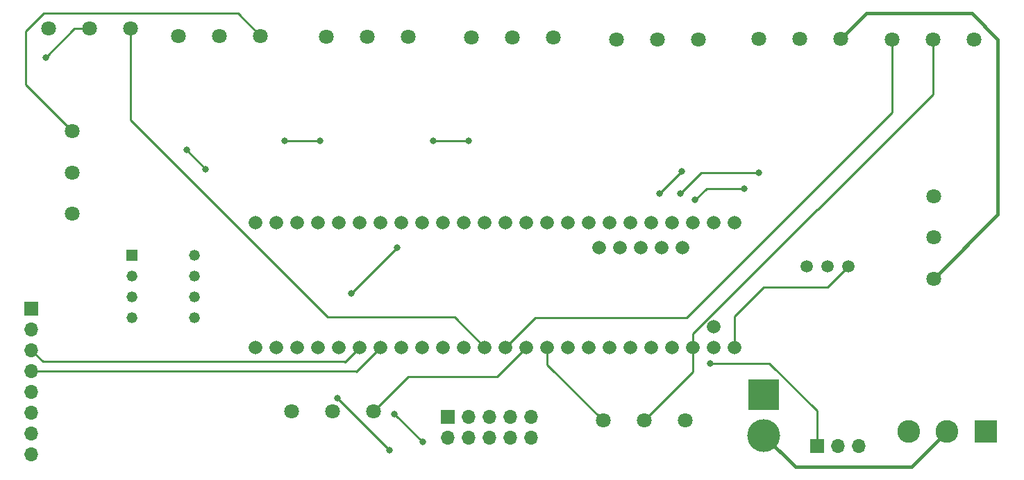
<source format=gbr>
%TF.GenerationSoftware,KiCad,Pcbnew,8.0.4*%
%TF.CreationDate,2024-10-31T19:44:00-04:00*%
%TF.ProjectId,Skibid-i,536b6962-6964-42d6-992e-6b696361645f,rev?*%
%TF.SameCoordinates,Original*%
%TF.FileFunction,Copper,L2,Bot*%
%TF.FilePolarity,Positive*%
%FSLAX46Y46*%
G04 Gerber Fmt 4.6, Leading zero omitted, Abs format (unit mm)*
G04 Created by KiCad (PCBNEW 8.0.4) date 2024-10-31 19:44:00*
%MOMM*%
%LPD*%
G01*
G04 APERTURE LIST*
%TA.AperFunction,ComponentPad*%
%ADD10R,1.700000X1.700000*%
%TD*%
%TA.AperFunction,ComponentPad*%
%ADD11O,1.700000X1.700000*%
%TD*%
%TA.AperFunction,ComponentPad*%
%ADD12C,1.803400*%
%TD*%
%TA.AperFunction,ComponentPad*%
%ADD13C,1.498600*%
%TD*%
%TA.AperFunction,ComponentPad*%
%ADD14C,1.665000*%
%TD*%
%TA.AperFunction,ComponentPad*%
%ADD15R,2.775000X2.775000*%
%TD*%
%TA.AperFunction,ComponentPad*%
%ADD16C,2.775000*%
%TD*%
%TA.AperFunction,ComponentPad*%
%ADD17R,3.800000X3.800000*%
%TD*%
%TA.AperFunction,ComponentPad*%
%ADD18C,4.000000*%
%TD*%
%TA.AperFunction,ComponentPad*%
%ADD19R,1.320800X1.320800*%
%TD*%
%TA.AperFunction,ComponentPad*%
%ADD20C,1.320800*%
%TD*%
%TA.AperFunction,ViaPad*%
%ADD21C,0.800000*%
%TD*%
%TA.AperFunction,Conductor*%
%ADD22C,0.250000*%
%TD*%
%TA.AperFunction,Conductor*%
%ADD23C,0.400000*%
%TD*%
G04 APERTURE END LIST*
D10*
%TO.P,J15,1,Pin_1*%
%TO.N,Start*%
X244570000Y-86750000D03*
D11*
%TO.P,J15,2,Pin_2*%
%TO.N,GND*%
X247110000Y-86750000D03*
%TO.P,J15,3,Pin_3*%
%TO.N,+3.3V*%
X249650000Y-86750000D03*
%TD*%
D12*
%TO.P,J8,1,Pin_1*%
%TO.N,+12V*%
X153750000Y-48350000D03*
%TO.P,J8,2,Pin_2*%
%TO.N,GND*%
X153750000Y-53350000D03*
%TO.P,J8,3,Pin_3*%
%TO.N,OM7*%
X153750000Y-58350000D03*
%TD*%
D13*
%TO.P,J13,1,1*%
%TO.N,+12V*%
X243314900Y-64849501D03*
%TO.P,J13,2,2*%
%TO.N,GND*%
X245854900Y-64849501D03*
%TO.P,J13,3,3*%
%TO.N,+5V*%
X248394900Y-64849501D03*
%TD*%
D12*
%TO.P,J10,1,Pin_1*%
%TO.N,GND*%
X263750000Y-37100000D03*
%TO.P,J10,2,Pin_2*%
%TO.N,+3.3V*%
X258750000Y-37100000D03*
%TO.P,J10,3,Pin_3*%
%TO.N,LN2*%
X253750000Y-37100000D03*
%TD*%
%TO.P,J12,1,Pin_1*%
%TO.N,GND*%
X180509800Y-82550001D03*
%TO.P,J12,2,Pin_2*%
%TO.N,+3.3V*%
X185509800Y-82550001D03*
%TO.P,J12,3,Pin_3*%
%TO.N,LN3*%
X190509800Y-82550001D03*
%TD*%
%TO.P,J4,1,Pin_1*%
%TO.N,+12V*%
X247504899Y-37050000D03*
%TO.P,J4,2,Pin_2*%
%TO.N,GND*%
X242504899Y-37050000D03*
%TO.P,J4,3,Pin_3*%
%TO.N,OM2*%
X237504899Y-37050000D03*
%TD*%
D14*
%TO.P,IC1,1,TX1*%
%TO.N,unconnected-(IC1-TX1-Pad1)*%
X229470000Y-59450000D03*
%TO.P,IC1,2,OUT2*%
%TO.N,Dis1*%
X226930000Y-59450000D03*
%TO.P,IC1,3,LRCLK2*%
%TO.N,Dis2*%
X224390000Y-59450000D03*
%TO.P,IC1,4,BCLK2*%
%TO.N,Dis3*%
X221850000Y-59450000D03*
%TO.P,IC1,5,IN2*%
%TO.N,Dis4*%
X219310000Y-59450000D03*
%TO.P,IC1,6,OUT1D*%
%TO.N,Dis5*%
X216770000Y-59450000D03*
%TO.P,IC1,7,RX2*%
%TO.N,unconnected-(IC1-RX2-Pad7)*%
X214230000Y-59450000D03*
%TO.P,IC1,8,TX2*%
%TO.N,unconnected-(IC1-TX2-Pad8)*%
X211690000Y-59450000D03*
%TO.P,IC1,9,OUT1C*%
%TO.N,Dis6*%
X209150000Y-59450000D03*
%TO.P,IC1,10,CS_1*%
%TO.N,Dis7*%
X206610000Y-59450000D03*
%TO.P,IC1,11,MOSI*%
%TO.N,BDC1*%
X204070000Y-59450000D03*
%TO.P,IC1,12,MISO*%
%TO.N,BDC11*%
X201530000Y-59450000D03*
%TO.P,IC1,13,SCK*%
%TO.N,Start*%
X201530000Y-74690000D03*
%TO.P,IC1,14,A0*%
%TO.N,LN1*%
X204070000Y-74690000D03*
%TO.P,IC1,15,A1*%
%TO.N,LN2*%
X206610000Y-74690000D03*
%TO.P,IC1,16,A2*%
%TO.N,LN3*%
X209150000Y-74690000D03*
%TO.P,IC1,17,A3*%
%TO.N,LN4*%
X211690000Y-74690000D03*
%TO.P,IC1,18,A4*%
%TO.N,unconnected-(IC1-A4-Pad18)*%
X214230000Y-74690000D03*
%TO.P,IC1,19,A5*%
%TO.N,unconnected-(IC1-A5-Pad19)*%
X216770000Y-74690000D03*
%TO.P,IC1,20,A6*%
%TO.N,unconnected-(IC1-A6-Pad20)*%
X219310000Y-74690000D03*
%TO.P,IC1,21,A7*%
%TO.N,unconnected-(IC1-A7-Pad21)*%
X221850000Y-74690000D03*
%TO.P,IC1,22,A8*%
%TO.N,unconnected-(IC1-A8-Pad22)*%
X224390000Y-74690000D03*
%TO.P,IC1,23,A9*%
%TO.N,unconnected-(IC1-A9-Pad23)*%
X226930000Y-74690000D03*
%TO.P,IC1,24,A10*%
%TO.N,DIP1*%
X196450000Y-59450000D03*
%TO.P,IC1,25,A11*%
%TO.N,DIP2*%
X193910000Y-59450000D03*
%TO.P,IC1,26,A12*%
%TO.N,DIP3*%
X191370000Y-59450000D03*
%TO.P,IC1,27,A13*%
%TO.N,DIP4*%
X188830000Y-59450000D03*
%TO.P,IC1,28,RX7*%
%TO.N,unconnected-(IC1-RX7-Pad28)*%
X186290000Y-59450000D03*
%TO.P,IC1,29,TX7*%
%TO.N,unconnected-(IC1-TX7-Pad29)*%
X183750000Y-59450000D03*
%TO.P,IC1,30,CRX3*%
%TO.N,unconnected-(IC1-CRX3-Pad30)*%
X181210000Y-59450000D03*
%TO.P,IC1,31,CTX3*%
%TO.N,unconnected-(IC1-CTX3-Pad31)*%
X178670000Y-59450000D03*
%TO.P,IC1,32,OUT1B*%
%TO.N,unconnected-(IC1-OUT1B-Pad32)*%
X176130000Y-59450000D03*
%TO.P,IC1,33,MCLK2*%
%TO.N,unconnected-(IC1-MCLK2-Pad33)*%
X176130000Y-74690000D03*
%TO.P,IC1,34,RX8*%
%TO.N,unconnected-(IC1-RX8-Pad34)*%
X178670000Y-74690000D03*
%TO.P,IC1,35,TX8*%
%TO.N,unconnected-(IC1-TX8-Pad35)*%
X181210000Y-74690000D03*
%TO.P,IC1,36,CS_2*%
%TO.N,BDC22*%
X183750000Y-74690000D03*
%TO.P,IC1,37,CS_3*%
%TO.N,BDC2*%
X186290000Y-74690000D03*
%TO.P,IC1,38,A14*%
%TO.N,SCL*%
X188830000Y-74690000D03*
%TO.P,IC1,39,A15*%
%TO.N,SDA*%
X191370000Y-74690000D03*
%TO.P,IC1,40,A16*%
%TO.N,unconnected-(IC1-A16-Pad40)*%
X193910000Y-74690000D03*
%TO.P,IC1,41,A17*%
%TO.N,unconnected-(IC1-A17-Pad41)*%
X196450000Y-74690000D03*
%TO.P,IC1,42,3.3V_1*%
%TO.N,unconnected-(IC1-3.3V_1-Pad42)*%
X198990000Y-59450000D03*
%TO.P,IC1,48,GND_2*%
%TO.N,GND*%
X218040000Y-62500000D03*
%TO.P,IC1,49,GND_3*%
X220580000Y-62500000D03*
%TO.P,IC1,50,D+*%
%TO.N,unconnected-(IC1-D+-Pad50)*%
X223120000Y-62500000D03*
%TO.P,IC1,51,D-*%
%TO.N,unconnected-(IC1-D--Pad51)*%
X225660000Y-62500000D03*
%TO.P,IC1,52,+5V*%
%TO.N,unconnected-(IC1-+5V-Pad52)*%
X228200000Y-62500000D03*
%TO.P,IC1,53,3.3V_(250_M_A_MAX)*%
%TO.N,+3.3V*%
X229470000Y-74690000D03*
%TO.P,IC1,55,VIN_(3.6_TO_5.5_VOLTS)*%
%TO.N,+5V*%
X234550000Y-74690000D03*
%TO.P,IC1,57,RX1*%
%TO.N,unconnected-(IC1-RX1-Pad57)*%
X232010000Y-59450000D03*
%TO.P,IC1,68,VUSB*%
%TO.N,unconnected-(IC1-VUSB-Pad68)*%
X232010000Y-72150000D03*
%TO.P,IC1,69,GND_4*%
%TO.N,GND*%
X198990000Y-74690000D03*
%TO.P,IC1,70,GND_5*%
X232010000Y-74690000D03*
%TO.P,IC1,71,GND_6*%
X234550000Y-59450000D03*
%TD*%
D15*
%TO.P,ON,1,C*%
%TO.N,Net-(SW1-C)*%
X265150000Y-85000000D03*
D16*
%TO.P,ON,2,B*%
%TO.N,Net-(J19-Pin_2)*%
X260450000Y-85000000D03*
%TO.P,ON,3,A*%
%TO.N,unconnected-(SW1-A-Pad3)*%
X255750000Y-85000000D03*
%TD*%
D12*
%TO.P,J2,1,Pin_1*%
%TO.N,GND*%
X228504900Y-83625001D03*
%TO.P,J2,2,Pin_2*%
%TO.N,+3.3V*%
X223504900Y-83625001D03*
%TO.P,J2,3,Pin_3*%
%TO.N,LN4*%
X218504900Y-83625001D03*
%TD*%
%TO.P,J6,1,Pin_1*%
%TO.N,+12V*%
X212404899Y-36900000D03*
%TO.P,J6,2,Pin_2*%
%TO.N,GND*%
X207404899Y-36900000D03*
%TO.P,J6,3,Pin_3*%
%TO.N,OM4*%
X202404899Y-36900000D03*
%TD*%
%TO.P,J5,1,Pin_1*%
%TO.N,+12V*%
X230100000Y-37100000D03*
%TO.P,J5,2,Pin_2*%
%TO.N,GND*%
X225100000Y-37100000D03*
%TO.P,J5,3,Pin_3*%
%TO.N,OM3*%
X220100000Y-37100000D03*
%TD*%
%TO.P,J9,1,Pin_1*%
%TO.N,+12V*%
X176700000Y-36700000D03*
%TO.P,J9,2,Pin_2*%
%TO.N,GND*%
X171700000Y-36700000D03*
%TO.P,J9,3,Pin_3*%
%TO.N,OM6*%
X166700000Y-36700000D03*
%TD*%
%TO.P,J7,1,Pin_1*%
%TO.N,+12V*%
X194704899Y-36800000D03*
%TO.P,J7,2,Pin_2*%
%TO.N,GND*%
X189704899Y-36800000D03*
%TO.P,J7,3,Pin_3*%
%TO.N,OM5*%
X184704899Y-36800000D03*
%TD*%
D17*
%TO.P,J19,1,Pin_1*%
%TO.N,GND*%
X238100000Y-80450000D03*
D18*
%TO.P,J19,2,Pin_2*%
%TO.N,Net-(J19-Pin_2)*%
X238100000Y-85450000D03*
%TD*%
D19*
%TO.P,SW2,1,1*%
%TO.N,+3.3V*%
X161050000Y-63480000D03*
D20*
%TO.P,SW2,2,2*%
X161050000Y-66020000D03*
%TO.P,SW2,3,3*%
%TO.N,unconnected-(SW2-Pad3)*%
X161050000Y-68560000D03*
%TO.P,SW2,4,4*%
%TO.N,+3.3V*%
X161050000Y-71100000D03*
%TO.P,SW2,5,5*%
%TO.N,DIP1*%
X168670000Y-71100000D03*
%TO.P,SW2,6,6*%
%TO.N,unconnected-(SW2-Pad6)*%
X168670000Y-68560000D03*
%TO.P,SW2,7,7*%
%TO.N,DIP3*%
X168670000Y-66020000D03*
%TO.P,SW2,8,8*%
%TO.N,DIP4*%
X168670000Y-63480000D03*
%TD*%
D10*
%TO.P,J1,1,Pin_1*%
%TO.N,GND*%
X199600000Y-83160000D03*
D11*
%TO.P,J1,2,Pin_2*%
%TO.N,unconnected-(J1-Pin_2-Pad2)*%
X199600000Y-85700000D03*
%TO.P,J1,3,Pin_3*%
%TO.N,BDC11*%
X202140000Y-83160000D03*
%TO.P,J1,4,Pin_4*%
%TO.N,BDC2*%
X202140000Y-85700000D03*
%TO.P,J1,5,Pin_5*%
%TO.N,BDC1*%
X204680000Y-83160000D03*
%TO.P,J1,6,Pin_6*%
%TO.N,BDC22*%
X204680000Y-85700000D03*
%TO.P,J1,7,Pin_7*%
%TO.N,unconnected-(J1-Pin_7-Pad7)*%
X207220000Y-83160000D03*
%TO.P,J1,8,Pin_8*%
%TO.N,unconnected-(J1-Pin_8-Pad8)*%
X207220000Y-85700000D03*
%TO.P,J1,9,Pin_9*%
%TO.N,+5V*%
X209760000Y-83160000D03*
%TO.P,J1,10,Pin_10*%
%TO.N,unconnected-(J1-Pin_10-Pad10)*%
X209760000Y-85700000D03*
%TD*%
D10*
%TO.P,J17,1,Pin_1*%
%TO.N,+3.3V*%
X148800000Y-70000000D03*
D11*
%TO.P,J17,2,Pin_2*%
%TO.N,GND*%
X148800000Y-72540000D03*
%TO.P,J17,3,Pin_3*%
%TO.N,SCL*%
X148800000Y-75080000D03*
%TO.P,J17,4,Pin_4*%
%TO.N,SDA*%
X148800000Y-77620000D03*
%TO.P,J17,5,Pin_5*%
%TO.N,unconnected-(J17-Pin_5-Pad5)*%
X148800000Y-80160000D03*
%TO.P,J17,6,Pin_6*%
%TO.N,unconnected-(J17-Pin_6-Pad6)*%
X148800000Y-82700000D03*
%TO.P,J17,7,Pin_7*%
%TO.N,unconnected-(J17-Pin_7-Pad7)*%
X148800000Y-85240000D03*
%TO.P,J17,8,Pin_8*%
%TO.N,unconnected-(J17-Pin_8-Pad8)*%
X148800000Y-87780000D03*
%TD*%
D12*
%TO.P,J3,1,Pin_1*%
%TO.N,+12V*%
X258800000Y-66300000D03*
%TO.P,J3,2,Pin_2*%
%TO.N,GND*%
X258800000Y-61300000D03*
%TO.P,J3,3,Pin_3*%
%TO.N,OM1*%
X258800000Y-56300000D03*
%TD*%
%TO.P,J20,1,Pin_1*%
%TO.N,GND*%
X150850000Y-35750000D03*
%TO.P,J20,2,Pin_2*%
%TO.N,+3.3V*%
X155850000Y-35750000D03*
%TO.P,J20,3,Pin_3*%
%TO.N,LN1*%
X160850000Y-35750000D03*
%TD*%
D21*
%TO.N,+3.3V*%
X150500000Y-39300000D03*
X197760000Y-49520000D03*
X170050000Y-52960000D03*
X179650000Y-49510000D03*
X183950000Y-49500000D03*
X202100000Y-49520000D03*
X167700000Y-50630000D03*
%TO.N,Start*%
X231600000Y-76700000D03*
%TO.N,BDC22*%
X186100000Y-80900000D03*
X192450000Y-87250000D03*
%TO.N,BDC2*%
X196475000Y-86275000D03*
X193075000Y-82875000D03*
%TO.N,DIP1*%
X193380000Y-62520000D03*
X187800000Y-68100000D03*
%TO.N,Dis1*%
X235700000Y-55300000D03*
X229730000Y-56730000D03*
%TO.N,Dis2*%
X227945000Y-55895000D03*
X237500000Y-53400000D03*
%TO.N,Dis3*%
X225400000Y-55900000D03*
X228110000Y-53210000D03*
%TD*%
D22*
%TO.N,+3.3V*%
X150500000Y-39300000D02*
X154050000Y-35750000D01*
X154050000Y-35750000D02*
X155850000Y-35750000D01*
%TO.N,+12V*%
X153750000Y-48350000D02*
X148050000Y-42650000D01*
X173950000Y-33950000D02*
X151450000Y-33950000D01*
D23*
X266650000Y-37100000D02*
X266650000Y-58450000D01*
D22*
X148050000Y-42650000D02*
X148050000Y-36150000D01*
X148050000Y-36150000D02*
X150250000Y-33950000D01*
D23*
X247504899Y-37050000D02*
X250654899Y-33900000D01*
D22*
X176700000Y-36700000D02*
X173950000Y-33950000D01*
D23*
X250654899Y-33900000D02*
X263450000Y-33900000D01*
X263450000Y-33900000D02*
X266650000Y-37100000D01*
D22*
X150250000Y-33950000D02*
X151450000Y-33950000D01*
D23*
X266650000Y-58450000D02*
X258800000Y-66300000D01*
D22*
%TO.N,+5V*%
X238100000Y-67400000D02*
X234550000Y-70950000D01*
X245844401Y-67400000D02*
X238100000Y-67400000D01*
X248394900Y-64849501D02*
X245844401Y-67400000D01*
X234550000Y-70950000D02*
X234550000Y-74690000D01*
%TO.N,+3.3V*%
X183950000Y-49500000D02*
X183940000Y-49510000D01*
X229470000Y-74690000D02*
X229470000Y-77659901D01*
X258750000Y-43800000D02*
X258750000Y-37100000D01*
X244650000Y-57900000D02*
X244623047Y-57900000D01*
X244623047Y-57900000D02*
X229470000Y-73053047D01*
X202100000Y-49520000D02*
X197760000Y-49520000D01*
X183940000Y-49510000D02*
X179650000Y-49510000D01*
X170030000Y-52960000D02*
X167700000Y-50630000D01*
X229470000Y-77659901D02*
X223504900Y-83625001D01*
X244650000Y-57900000D02*
X258750000Y-43800000D01*
X229470000Y-73053047D02*
X229470000Y-74690000D01*
X170050000Y-52960000D02*
X170030000Y-52960000D01*
%TO.N,LN2*%
X228700000Y-71100000D02*
X253750000Y-46050000D01*
X253750000Y-46050000D02*
X253750000Y-37100000D01*
X228700000Y-71100000D02*
X210200000Y-71100000D01*
X210200000Y-71100000D02*
X206610000Y-74690000D01*
%TO.N,LN1*%
X161550000Y-47650000D02*
X160850000Y-46950000D01*
X161550000Y-47650000D02*
X184900000Y-71000000D01*
X184900000Y-71000000D02*
X200380000Y-71000000D01*
X160850000Y-46950000D02*
X160850000Y-35750000D01*
X200380000Y-71000000D02*
X204070000Y-74690000D01*
%TO.N,LN4*%
X211690000Y-74690000D02*
X211690000Y-76810101D01*
X211690000Y-76810101D02*
X218504900Y-83625001D01*
%TO.N,LN3*%
X209150000Y-74690000D02*
X205540000Y-78300000D01*
X194759801Y-78300000D02*
X190509800Y-82550001D01*
X205540000Y-78300000D02*
X194759801Y-78300000D01*
%TO.N,Start*%
X244570000Y-82470000D02*
X244570000Y-86750000D01*
X231600000Y-76700000D02*
X238800000Y-76700000D01*
X238800000Y-76700000D02*
X244570000Y-82470000D01*
%TO.N,SCL*%
X187020000Y-76500000D02*
X186965000Y-76445000D01*
X150165000Y-76445000D02*
X148800000Y-75080000D01*
X188830000Y-74690000D02*
X187020000Y-76500000D01*
X186965000Y-76445000D02*
X150165000Y-76445000D01*
%TO.N,SDA*%
X191370000Y-74690000D02*
X188410000Y-77650000D01*
X188380000Y-77620000D02*
X148800000Y-77620000D01*
X188410000Y-77650000D02*
X188380000Y-77620000D01*
%TO.N,BDC22*%
X192450000Y-87250000D02*
X186100000Y-80900000D01*
%TO.N,BDC2*%
X193075000Y-82875000D02*
X196475000Y-86275000D01*
%TO.N,DIP1*%
X187800000Y-68100000D02*
X193380000Y-62520000D01*
%TO.N,Dis1*%
X231160000Y-55300000D02*
X229730000Y-56730000D01*
X235700000Y-55300000D02*
X231160000Y-55300000D01*
%TO.N,Dis2*%
X230440000Y-53400000D02*
X227945000Y-55895000D01*
X237500000Y-53400000D02*
X230440000Y-53400000D01*
%TO.N,Dis3*%
X225420000Y-55900000D02*
X225400000Y-55900000D01*
X228110000Y-53210000D02*
X225420000Y-55900000D01*
D23*
%TO.N,Net-(J19-Pin_2)*%
X256150000Y-89300000D02*
X260450000Y-85000000D01*
X238100000Y-85450000D02*
X241950000Y-89300000D01*
X241950000Y-89300000D02*
X256150000Y-89300000D01*
%TD*%
M02*

</source>
